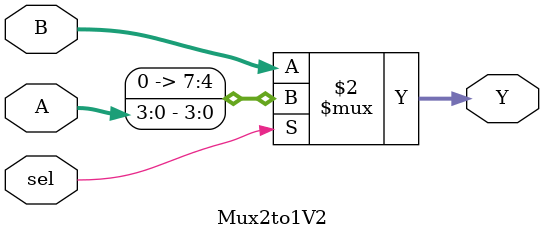
<source format=v>

module Mux2to1V2(output [7:0] Y, input [3:0] A, input [7:0] B, input sel);
  assign Y = (sel) ? A : B;
endmodule
</source>
